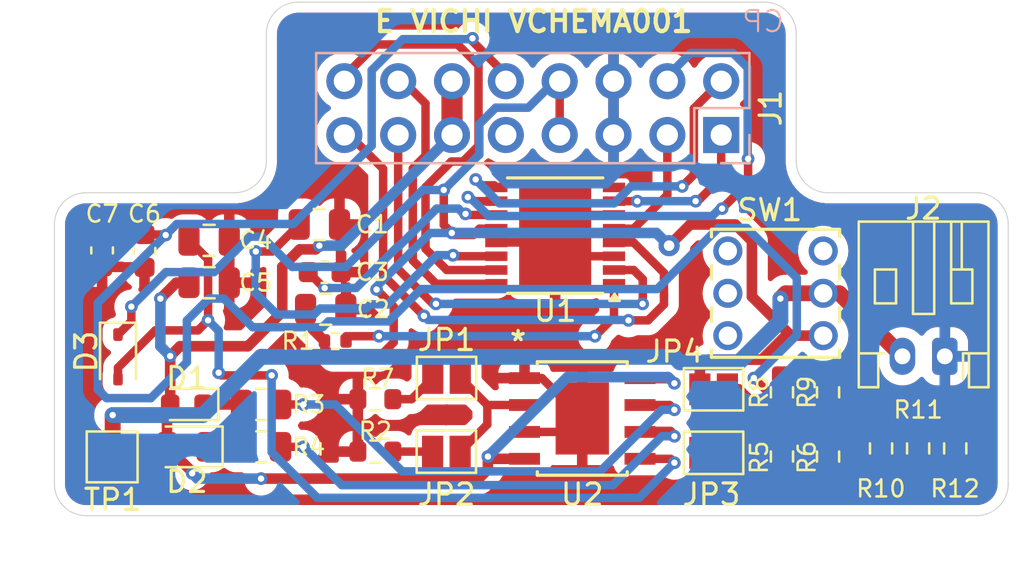
<source format=kicad_pcb>
(kicad_pcb (version 20240108) (generator "pcbnew") (generator_version "8.0")
  (title_block (title "Power Module PCB") (date "20/03/2024") (rev "v1.0") (company "UCT") (comment 1 "@author Emanuele Vichi") (comment 2 "VCHEMA001") (comment 3 "188178"))
  (layers (0 "F.Cu" signal) (31 "B.Cu" signal) (34 "B.Paste" user) (35 "F.Paste" user) (36 "B.SilkS" user "B.Silkscreen") (37 "F.SilkS" user "F.Silkscreen") (38 "B.Mask" user) (39 "F.Mask" user) (44 "Edge.Cuts" user))
  (net 0 "")
  (net 1 "GND")
  (net 2 "Net-(U1-VINT)")
  (net 3 "+3.7V")
  (net 4 "Net-(U1-VCP)")
  (net 5 "/BATT_ADC")
  (net 6 "+5V")
  (net 7 "Net-(D1-K)")
  (net 8 "Net-(D2-K)")
  (net 9 "/Motor2_B")
  (net 10 "/Motor1_A")
  (net 11 "/PWM2")
  (net 12 "/PWM4")
  (net 13 "/PWM1")
  (net 14 "/Motor2_A")
  (net 15 "/PWM3")
  (net 16 "/Motor1_B")
  (net 17 "/PD7")
  (net 18 "/+")
  (net 19 "Net-(JP1-B)")
  (net 20 "Net-(JP1-A)")
  (net 21 "Net-(JP2-A)")
  (net 22 "Net-(JP3-B)")
  (net 23 "Net-(JP4-A)")
  (net 24 "Net-(U1-~{SLEEP})")
  (net 25 "Net-(U2-*CHRG)")
  (net 26 "Net-(U2-*STDBY)")
  (net 27 "Net-(R11-Pad1)")
  (net 33 "Net-(R8-Pad1)")
  (net 34 "Net-(R10-Pad1)")
  (net 35 "Net-(D3-A)")
  (footprint "Connector_JST:JST_PH_S2B-PH-K_1x02_P2.00mm_Horizontal" (layer "F.Cu") (at 244.5084 142.475 180)
    (property "Reference" "J2" (at 1.0084 6.975 180) (layer "F.SilkS"))
    (property "Value" "Battery Pins")
    (pad "1" thru_hole roundrect (at 0 0 180) (size 1.2 1.75) (drill 0.75) (layers "*.Cu" "*.Mask") (roundrect_rratio 0.208333) (net 1 "GND"))
    (pad "2" thru_hole oval (at 2 0 180) (size 1.2 1.75) (drill 0.75) (layers "*.Cu" "*.Mask") (net 18 "/+"))
  )
  (footprint "TestPoint:TestPoint_Pad_2.0x2.0mm" (layer "F.Cu") (at 205.225 147.225)
    (property "Reference" "TP1" (at 0.025 2.025 0) (layer "F.SilkS"))
    (property "Value" "Battery check")
    (pad "1" smd rect (at 0 0) (size 2 2) (layers "F.Cu" "F.Mask") (net 18 "/+"))
  )
  (footprint "Resistor_SMD:R_0603_1608Metric" (layer "F.Cu") (at 236.825 147.2075 -90)
    (property "Reference" "R5" (at 0.0425 1.075 90) (layer "F.SilkS") (effects (font (size 0.8 0.8) (thickness 0.12))))
    (property "Value" "1M")
    (pad "1" smd roundrect (at -0.825 0 270) (size 0.8 0.95) (layers "F.Cu" "F.Paste" "F.Mask") (net 5 "/BATT_ADC"))
    (pad "2" smd roundrect (at 0.825 0 270) (size 0.8 0.95) (layers "F.Cu" "F.Paste" "F.Mask") (net 22 "Net-(JP3-B)"))
  )
  (footprint "Jumper:SolderJumper-2_P1.3mm_Open_Pad1.0x1.5mm" (layer "F.Cu") (at 220.9916 146.975)
    (property "Reference" "JP2" (at 0.0084 2.025 0) (layer "F.SilkS"))
    (property "Value" "~")
    (pad "1" smd rect (at -0.65 0) (size 1 1.5) (layers "F.Cu" "F.Mask") (net 21 "Net-(JP2-A)"))
    (pad "2" smd rect (at 0.65 0) (size 1 1.5) (layers "F.Cu" "F.Mask") (net 19 "Net-(JP1-B)"))
  )
  (footprint "Resistor_SMD:R_0603_1608Metric" (layer "F.Cu") (at 217.6416 146.975)
    (property "Reference" "R2" (at 0 -0.975 0) (layer "F.SilkS") (effects (font (size 0.8 0.8) (thickness 0.12))))
    (property "Value" "3k")
    (pad "1" smd roundrect (at -0.825 0) (size 0.8 0.95) (layers "F.Cu" "F.Paste" "F.Mask") (net 1 "GND"))
    (pad "2" smd roundrect (at 0.825 0) (size 0.8 0.95) (layers "F.Cu" "F.Paste" "F.Mask") (net 21 "Net-(JP2-A)"))
  )
  (footprint "Capacitor_SMD:C_0603_1608Metric" (layer "F.Cu") (at 215.25 138.5 180)
    (property "Reference" "C3" (at -2.25 0 180) (layer "F.SilkS") (effects (font (size 0.8 0.8) (thickness 0.12))))
    (property "Value" "10n")
    (pad "1" smd roundrect (at -0.775 0 180) (size 0.9 0.95) (layers "F.Cu" "F.Paste" "F.Mask") (net 1 "GND"))
    (pad "2" smd roundrect (at 0.775 0 180) (size 0.9 0.95) (layers "F.Cu" "F.Paste" "F.Mask") (net 4 "Net-(U1-VCP)"))
  )
  (footprint "Resistor_SMD:R_0603_1608Metric" (layer "F.Cu") (at 239 144.175 90)
    (property "Reference" "R9" (at 0 -1 90) (layer "F.SilkS") (effects (font (size 0.8 0.8) (thickness 0.12))))
    (property "Value" "200k")
    (pad "1" smd roundrect (at -0.825 0 90) (size 0.8 0.95) (layers "F.Cu" "F.Paste" "F.Mask") (net 5 "/BATT_ADC"))
    (pad "2" smd roundrect (at 0.825 0 90) (size 0.8 0.95) (layers "F.Cu" "F.Paste" "F.Mask") (net 33 "Net-(R8-Pad1)"))
  )
  (footprint "Resistor_SMD:R_0805_2012Metric" (layer "F.Cu") (at 212.25 144.75 180)
    (property "Reference" "R3" (at -2.25 0 180) (layer "F.SilkS") (effects (font (size 0.8 0.8) (thickness 0.12))))
    (property "Value" "1k")
    (pad "1" smd roundrect (at -0.9125 0 180) (size 1.025 1.4) (layers "F.Cu" "F.Paste" "F.Mask") (roundrect_rratio 0.243902) (net 25 "Net-(U2-*CHRG)"))
    (pad "2" smd roundrect (at 0.9125 0 180) (size 1.025 1.4) (layers "F.Cu" "F.Paste" "F.Mask") (roundrect_rratio 0.243902) (net 7 "Net-(D1-K)"))
  )
  (footprint "TP4056:SOP8-PP_TPW" (layer "F.Cu") (at 227.4034 145.41)
    (property "Reference" "U2" (at 0 3.59 0) (layer "F.SilkS"))
    (property "Value" "TP4056")
    (fp_text user "*" (at -3.02815 -3.6068 0) (layer "F.SilkS"))
    (fp_text user "*" (at -3.02815 -3.6068 0) (layer "F.SilkS"))
    (pad "1" smd rect (at -2.72415 -1.905) (size 1.4605 0.5588) (layers "F.Cu" "F.Paste" "F.Mask") (net 1 "GND"))
    (pad "2" smd rect (at -2.72415 -0.635) (size 1.4605 0.5588) (layers "F.Cu" "F.Paste" "F.Mask") (net 19 "Net-(JP1-B)"))
    (pad "3" smd rect (at -2.72415 0.635) (size 1.4605 0.5588) (layers "F.Cu" "F.Paste" "F.Mask") (net 1 "GND"))
    (pad "4" smd rect (at -2.72415 1.905) (size 1.4605 0.5588) (layers "F.Cu" "F.Paste" "F.Mask") (net 6 "+5V"))
    (pad "5" smd rect (at 2.72415 1.905) (size 1.4605 0.5588) (layers "F.Cu" "F.Paste" "F.Mask") (net 35 "Net-(D3-A)"))
    (pad "6" smd rect (at 2.72415 0.635) (size 1.4605 0.5588) (layers "F.Cu" "F.Paste" "F.Mask") (net 26 "Net-(U2-*STDBY)"))
    (pad "7" smd rect (at 2.72415 -0.635) (size 1.4605 0.5588) (layers "F.Cu" "F.Paste" "F.Mask") (net 25 "Net-(U2-*CHRG)"))
    (pad "8" smd rect (at 2.72415 -1.905) (size 1.4605 0.5588) (layers "F.Cu" "F.Paste" "F.Mask") (net 6 "+5V"))
    (pad "EPAD" smd rect (at 0 0) (size 2.5146 3.4036) (layers "F.Cu" "F.Mask") (net 1 "GND"))
  )
  (footprint "Resistor_SMD:R_0805_2012Metric" (layer "F.Cu") (at 212.25 146.75 180)
    (property "Reference" "R4" (at -2.25 0 180) (layer "F.SilkS") (effects (font (size 0.8 0.8) (thickness 0.12))))
    (property "Value" "1k")
    (pad "1" smd roundrect (at -0.9125 0 180) (size 1.025 1.4) (layers "F.Cu" "F.Paste" "F.Mask") (roundrect_rratio 0.243902) (net 26 "Net-(U2-*STDBY)"))
    (pad "2" smd roundrect (at 0.9125 0 180) (size 1.025 1.4) (layers "F.Cu" "F.Paste" "F.Mask") (roundrect_rratio 0.243902) (net 8 "Net-(D2-K)"))
  )
  (footprint "Resistor_SMD:R_0603_1608Metric" (layer "F.Cu") (at 236.825 144.175 -90)
    (property "Reference" "R8" (at 0 1.075 -90) (layer "F.SilkS") (effects (font (size 0.8 0.8) (thickness 0.12))))
    (property "Value" "1M")
    (pad "1" smd roundrect (at -0.825 0 270) (size 0.8 0.95) (layers "F.Cu" "F.Paste" "F.Mask") (net 33 "Net-(R8-Pad1)"))
    (pad "2" smd roundrect (at 0.825 0 270) (size 0.8 0.95) (layers "F.Cu" "F.Paste" "F.Mask") (net 23 "Net-(JP4-A)"))
  )
  (footprint "Jumper:SolderJumper-2_P1.3mm_Open_Pad1.0x1.5mm" (layer "F.Cu") (at 221 143.5)
    (property "Reference" "JP1" (at 0 -1.8 0) (layer "F.SilkS"))
    (property "Value" "~")
    (pad "1" smd rect (at -0.65 0) (size 1 1.5) (layers "F.Cu" "F.Mask") (net 20 "Net-(JP1-A)"))
    (pad "2" smd rect (at 0.65 0) (size 1 1.5) (layers "F.Cu" "F.Mask") (net 19 "Net-(JP1-B)"))
  )
  (footprint "Jumper:SolderJumper-2_P1.3mm_Open_Pad1.0x1.5mm" (layer "F.Cu") (at 233.6009 144.0325 180)
    (property "Reference" "JP4" (at 1.8509 1.7825 180) (layer "F.SilkS"))
    (property "Value" "~")
    (pad "1" smd rect (at -0.65 0 180) (size 1 1.5) (layers "F.Cu" "F.Mask") (net 23 "Net-(JP4-A)"))
    (pad "2" smd rect (at 0.65 0 180) (size 1 1.5) (layers "F.Cu" "F.Mask") (net 3 "+3.7V"))
  )
  (footprint "Resistor_SMD:R_0603_1608Metric" (layer "F.Cu") (at 239 147.2075 90)
    (property "Reference" "R6" (at -0.0425 -1 -90) (layer "F.SilkS") (effects (font (size 0.8 0.8) (thickness 0.12))))
    (property "Value" "1M")
    (pad "1" smd roundrect (at -0.825 0 90) (size 0.8 0.95) (layers "F.Cu" "F.Paste" "F.Mask") (net 1 "GND"))
    (pad "2" smd roundrect (at 0.825 0 90) (size 0.8 0.95) (layers "F.Cu" "F.Paste" "F.Mask") (net 5 "/BATT_ADC"))
  )
  (footprint "Resistor_SMD:R_0402_1005Metric" (layer "F.Cu") (at 215.75 141.75)
    (property "Reference" "R1" (at -1.75 0 0) (layer "F.SilkS") (effects (font (size 0.8 0.8) (thickness 0.12))))
    (property "Value" "47k")
    (pad "1" smd roundrect (at -0.51 0) (size 0.54 0.64) (layers "F.Cu" "F.Paste" "F.Mask") (net 3 "+3.7V"))
    (pad "2" smd roundrect (at 0.51 0) (size 0.54 0.64) (layers "F.Cu" "F.Paste" "F.Mask") (net 24 "Net-(U1-~{SLEEP})"))
  )
  (footprint "Resistor_SMD:R_0603_1608Metric" (layer "F.Cu") (at 241.5 146.825 -90)
    (property "Reference" "R10" (at 1.9 0.0084 180) (layer "F.SilkS") (effects (font (size 0.8 0.8) (thickness 0.12))))
    (property "Value" "1M")
    (pad "1" smd roundrect (at -0.825 0 270) (size 0.8 0.95) (layers "F.Cu" "F.Paste" "F.Mask") (net 34 "Net-(R10-Pad1)"))
    (pad "2" smd roundrect (at 0.825 0 270) (size 0.8 0.95) (layers "F.Cu" "F.Paste" "F.Mask") (net 5 "/BATT_ADC"))
  )
  (footprint "LED_SMD:LED_0805_2012Metric" (layer "F.Cu") (at 208.75 146.75 180)
    (property "Reference" "D2" (at 0 -1.65 180) (layer "F.SilkS"))
    (property "Value" "Charged LED (G)")
    (pad "1" smd roundrect (at -0.9375 0 180) (size 0.975 1.4) (layers "F.Cu" "F.Paste" "F.Mask") (net 8 "Net-(D2-K)"))
    (pad "2" smd roundrect (at 0.9375 0 180) (size 0.975 1.4) (layers "F.Cu" "F.Paste" "F.Mask") (net 6 "+5V"))
  )
  (footprint "Capacitor_SMD:C_0805_2012Metric" (layer "F.Cu") (at 209.8 137)
    (property "Reference" "C4" (at 2.2 0 0) (layer "F.SilkS") (effects (font (size 0.8 0.8) (thickness 0.12))))
    (property "Value" "10u")
    (pad "1" smd roundrect (at -0.95 0) (size 1 1.45) (layers "F.Cu" "F.Paste" "F.Mask") (net 35 "Net-(D3-A)"))
    (pad "2" smd roundrect (at 0.95 0) (size 1 1.45) (layers "F.Cu" "F.Paste" "F.Mask") (net 1 "GND"))
  )
  (footprint "Resistor_SMD:R_0603_1608Metric" (layer "F.Cu") (at 217.6416 144.5)
    (property "Reference" "R7" (at 0.1084 -1 0) (layer "F.SilkS") (effects (font (size 0.8 0.8) (thickness 0.12))))
    (property "Value" "1.5k")
    (pad "1" smd roundrect (at -0.825 0) (size 0.8 0.95) (layers "F.Cu" "F.Paste" "F.Mask") (net 1 "GND"))
    (pad "2" smd roundrect (at 0.825 0) (size 0.8 0.95) (layers "F.Cu" "F.Paste" "F.Mask") (net 20 "Net-(JP1-A)"))
  )
  (footprint "Resistor_SMD:R_0603_1608Metric" (layer "F.Cu") (at 245 146.825 -90)
    (property "Reference" "R12" (at 1.9 0.0084 180) (layer "F.SilkS") (effects (font (size 0.8 0.8) (thickness 0.12))))
    (property "Value" "1M")
    (pad "1" smd roundrect (at -0.825 0 270) (size 0.8 0.95) (layers "F.Cu" "F.Paste" "F.Mask") (net 1 "GND"))
    (pad "2" smd roundrect (at 0.825 0 270) (size 0.8 0.95) (layers "F.Cu" "F.Paste" "F.Mask") (net 27 "Net-(R11-Pad1)"))
  )
  (footprint "Resistor_SMD:R_0603_1608Metric" (layer "F.Cu") (at 243.25 146.825 90)
    (property "Reference" "R11" (at 1.825 0 0) (layer "F.SilkS") (effects (font (size 0.8 0.8) (thickness 0.12))))
    (property "Value" "1M")
    (pad "1" smd roundrect (at -0.825 0 90) (size 0.8 0.95) (layers "F.Cu" "F.Paste" "F.Mask") (net 27 "Net-(R11-Pad1)"))
    (pad "2" smd roundrect (at 0.825 0 90) (size 0.8 0.95) (layers "F.Cu" "F.Paste" "F.Mask") (net 34 "Net-(R10-Pad1)"))
  )
  (footprint "Capacitor_SMD:C_0805_2012Metric" (layer "F.Cu") (at 215.3 140.25)
    (property "Reference" "C2" (at 2.2416 0 0) (layer "F.SilkS") (effects (font (size 0.8 0.8) (thickness 0.12))))
    (property "Value" "10u")
    (pad "1" smd roundrect (at -0.95 0) (size 1 1.45) (layers "F.Cu" "F.Paste" "F.Mask") (net 3 "+3.7V"))
    (pad "2" smd roundrect (at 0.95 0) (size 1 1.45) (layers "F.Cu" "F.Paste" "F.Mask") (net 1 "GND"))
  )
  (footprint "Capacitor_SMD:C_0805_2012Metric" (layer "F.Cu") (at 209.8 139)
    (property "Reference" "C5" (at 2.2 0 0) (layer "F.SilkS") (effects (font (size 0.8 0.8) (thickness 0.12))))
    (property "Value" "10u")
    (pad "1" smd roundrect (at -0.95 0) (size 1 1.45) (layers "F.Cu" "F.Paste" "F.Mask") (net 6 "+5V"))
    (pad "2" smd roundrect (at 0.95 0) (size 1 1.45) (layers "F.Cu" "F.Paste" "F.Mask") (net 1 "GND"))
  )
  (footprint "Capacitor_SMD:C_0805_2012Metric" (layer "F.Cu") (at 215 136.25)
    (property "Reference" "C1" (at 2.5 0 0) (layer "F.SilkS") (effects (font (size 0.8 0.8) (thickness 0.12))))
    (property "Value" "2.2u")
    (pad "1" smd roundrect (at -0.95 0) (size 1 1.45) (layers "F.Cu" "F.Paste" "F.Mask") (net 2 "Net-(U1-VINT)"))
    (pad "2" smd roundrect (at 0.95 0) (size 1 1.45) (layers "F.Cu" "F.Paste" "F.Mask") (net 1 "GND"))
  )
  (footprint "LED_SMD:LED_0603_1608Metric" (layer "F.Cu") (at 208.75 144.75 180)
    (property "Reference" "D1" (at 0 1.25 180) (layer "F.SilkS"))
    (property "Value" "Charging LED (R)")
    (pad "1" smd roundrect (at -0.7875 0 180) (size 0.875 0.95) (layers "F.Cu" "F.Paste" "F.Mask") (net 7 "Net-(D1-K)"))
    (pad "2" smd roundrect (at 0.7875 0 180) (size 0.875 0.95) (layers "F.Cu" "F.Paste" "F.Mask") (net 6 "+5V"))
  )
  (footprint "Diode_SMD:D_SOD-323" (layer "F.Cu") (at 205.5 142.5 -90)
    (property "Reference" "D3" (at -0.25 1.5 90) (layer "F.SilkS"))
    (property "Value" "Discharge Current Blocked")
    (pad "1" smd roundrect (at -1.05 0 270) (size 0.6 0.45) (layers "F.Cu" "F.Paste" "F.Mask") (net 3 "+3.7V"))
    (pad "2" smd roundrect (at 1.05 0 270) (size 0.6 0.45) (layers "F.Cu" "F.Paste" "F.Mask") (net 35 "Net-(D3-A)"))
  )
  (footprint "Capacitor_SMD:C_0603_1608Metric" (layer "F.Cu") (at 204.75 137.475 -90)
    (property "Reference" "C7" (at -1.725 0 180) (layer "F.SilkS") (effects (font (size 0.8 0.8) (thickness 0.12))))
    (property "Value" "1n")
    (pad "1" smd roundrect (at -0.775 0 270) (size 0.9 0.95) (layers "F.Cu" "F.Paste" "F.Mask") (net 5 "/BATT_ADC"))
    (pad "2" smd roundrect (at 0.775 0 270) (size 0.9 0.95) (layers "F.Cu" "F.Paste" "F.Mask") (net 1 "GND"))
  )
  (footprint "Package_SO:HTSSOP-16-1EP_4.4x5mm_P0.65mm_EP3.4x5mm" (layer "F.Cu") (at 226.125 136.775 180)
    (property "Reference" "U1" (at 0 -3.55 180) (layer "F.SilkS"))
    (property "Value" "DRV8833PWP")
    (pad "1" smd rect (at -2.775 -2.275 180) (size 1.05 0.45) (layers "F.Cu" "F.Paste" "F.Mask") (net 24 "Net-(U1-~{SLEEP})"))
    (pad "2" smd rect (at -2.775 -1.625 180) (size 1.05 0.45) (layers "F.Cu" "F.Paste" "F.Mask") (net 10 "/Motor1_A"))
    (pad "3" smd rect (at -2.775 -0.975 180) (size 1.05 0.45) (layers "F.Cu" "F.Paste" "F.Mask") (net 1 "GND"))
    (pad "4" smd rect (at -2.775 -0.325 180) (size 1.05 0.45) (layers "F.Cu" "F.Paste" "F.Mask") (net 16 "/Motor1_B"))
    (pad "5" smd rect (at -2.775 0.325 180) (size 1.05 0.45) (layers "F.Cu" "F.Paste" "F.Mask") (net 9 "/Motor2_B"))
    (pad "6" smd rect (at -2.775 0.975 180) (size 1.05 0.45) (layers "F.Cu" "F.Paste" "F.Mask") (net 1 "GND"))
    (pad "7" smd rect (at -2.775 1.625 180) (size 1.05 0.45) (layers "F.Cu" "F.Paste" "F.Mask") (net 14 "/Motor2_A"))
    (pad "8" smd rect (at -2.775 2.275 180) (size 1.05 0.45) (layers "F.Cu" "F.Paste" "F.Mask"))
    (pad "9" smd rect (at 2.775 2.275 180) (size 1.05 0.45) (layers "F.Cu" "F.Paste" "F.Mask") (net 13 "/PWM1"))
    (pad "10" smd rect (at 2.775 1.625 180) (size 1.05 0.45) (layers "F.Cu" "F.Paste" "F.Mask") (net 11 "/PWM2"))
    (pad "11" smd rect (at 2.775 0.975 180) (size 1.05 0.45) (layers "F.Cu" "F.Paste" "F.Mask") (net 4 "Net-(U1-VCP)"))
    (pad "12" smd rect (at 2.775 0.325 180) (size 1.05 0.45) (layers "F.Cu" "F.Paste" "F.Mask") (net 3 "+3.7V"))
    (pad "13" smd rect (at 2.775 -0.325 180) (size 1.05 0.45) (layers "F.Cu" "F.Paste" "F.Mask") (net 1 "GND"))
    (pad "14" smd rect (at 2.775 -0.975 180) (size 1.05 0.45) (layers "F.Cu" "F.Paste" "F.Mask") (net 2 "Net-(U1-VINT)"))
    (pad "15" smd rect (at 2.775 -1.625 180) (size 1.05 0.45) (layers "F.Cu" "F.Paste" "F.Mask") (net 12 "/PWM4"))
    (pad "16" smd rect (at 2.775 -2.275 180) (size 1.05 0.45) (layers "F.Cu" "F.Paste" "F.Mask") (net 15 "/PWM3"))
    (pad "17" smd rect (at 0 0 180) (size 3.4 5) (layers "F.Cu" "F.Mask") (net 1 "GND"))
  )
  (footprint "Jumper:SolderJumper-2_P1.3mm_Open_Pad1.0x1.5mm" (layer "F.Cu") (at 233.6009 147.0325)
    (property "Reference" "JP3" (at -0.1009 1.9675 0) (layer "F.SilkS"))
    (property "Value" "~")
    (pad "1" smd rect (at -0.65 0) (size 1 1.5) (layers "F.Cu" "F.Mask") (net 3 "+3.7V"))
    (pad "2" smd rect (at 0.65 0) (size 1 1.5) (layers "F.Cu" "F.Mask") (net 22 "Net-(JP3-B)"))
  )
  (footprint "PS-5850A-6PL:PS-5850A_GSW" (layer "F.Cu") (at 234.271699 137.499999)
    (property "Reference" "SW1" (at 1.978301 -1.9321 0) (layer "F.SilkS"))
    (property "Value" "ON/OFF Switch")
    (pad "1" thru_hole circle (at 0 0) (size 1.3716 1.3716) (drill 0.8636) (layers "*.Cu" "*.Mask"))
    (pad "2" thru_hole circle (at 0 2) (size 1.3716 1.3716) (drill 0.8636) (layers "*.Cu" "*.Mask"))
    (pad "3" thru_hole circle (at 0 4.000001) (size 1.3716 1.3716) (drill 0.8636) (layers "*.Cu" "*.Mask"))
    (pad "4" thru_hole circle (at 4.500001 0) (size 1.3716 1.3716) (drill 0.8636) (layers "*.Cu" "*.Mask"))
    (pad "5" thru_hole circle (at 4.500001 2) (size 1.3716 1.3716) (drill 0.8636) (layers "*.Cu" "*.Mask") (net 18 "/+"))
    (pad "6" thru_hole circle (at 4.500001 4.000001) (size 1.3716 1.3716) (drill 0.8636) (layers "*.Cu" "*.Mask") (net 3 "+3.7V"))
  )
  (footprint "Capacitor_SMD:C_0603_1608Metric" (layer "F.Cu") (at 206.75 137.5 -90)
    (property "Reference" "C6" (at -1.75 0 180) (layer "F.SilkS") (effects (font (size 0.8 0.8) (thickness 0.12))))
    (property "Value" "1n")
    (pad "1" smd roundrect (at -0.775 0 270) (size 0.9 0.95) (layers "F.Cu" "F.Paste" "F.Mask") (net 5 "/BATT_ADC"))
    (pad "2" smd roundrect (at 0.775 0 270) (size 0.9 0.95) (layers "F.Cu" "F.Paste" "F.Mask") (net 1 "GND"))
  )
  (footprint "Connector_PinHeader_2.54mm:PinHeader_2x08_P2.54mm_Vertical" (layer "B.Cu") (at 233.9584 132.025 90)
    (property "Reference" "J1" (at 1.27 2.33 90) (layer "F.SilkS"))
    (property "Value" "Electrical pinout ")
    (pad "1" thru_hole rect (at 0 0 90) (size 1.7 1.7) (drill 1) (layers "*.Cu" "*.Mask") (net 14 "/Motor2_A"))
    (pad "2" thru_hole oval (at 2.54 0 90) (size 1.7 1.7) (drill 1) (layers "*.Cu" "*.Mask") (net 13 "/PWM1"))
    (pad "3" thru_hole oval (at 0 -2.54 90) (size 1.7 1.7) (drill 1) (layers "*.Cu" "*.Mask") (net 9 "/Motor2_B"))
    (pad "4" thru_hole oval (at 2.54 -2.54 90) (size 1.7 1.7) (drill 1) (layers "*.Cu" "*.Mask") (net 11 "/PWM2"))
    (pad "5" thru_hole oval (at 0 -5.08 90) (size 1.7 1.7) (drill 1) (layers "*.Cu" "*.Mask") (net 1 "GND"))
    (pad "6" thru_hole oval (at 2.54 -5.08 90) (size 1.7 1.7) (drill 1) (layers "*.Cu" "*.Mask") (net 1 "GND"))
    (pad "7" thru_hole oval (at 0 -7.62 90) (size 1.7 1.7) (drill 1) (layers "*.Cu" "*.Mask") (net 3 "+3.7V"))
    (pad "8" thru_hole oval (at 2.54 -7.62 90) (size 1.7 1.7) (drill 1) (layers "*.Cu" "*.Mask") (net 3 "+3.7V"))
    (pad "9" thru_hole oval (at 0 -10.16 90) (size 1.7 1.7) (drill 1) (layers "*.Cu" "*.Mask") (net 17 "/PD7"))
    (pad "10" thru_hole oval (at 2.54 -10.16 90) (size 1.7 1.7) (drill 1) (layers "*.Cu" "*.Mask") (net 5 "/BATT_ADC"))
    (pad "11" thru_hole oval (at 0 -12.7 90) (size 1.7 1.7) (drill 1) (layers "*.Cu" "*.Mask") (net 6 "+5V"))
    (pad "12" thru_hole oval (at 2.54 -12.7 90) (size 1.7 1.7) (drill 1) (layers "*.Cu" "*.Mask") (net 6 "+5V"))
    (pad "13" thru_hole oval (at 0 -15.24 90) (size 1.7 1.7) (drill 1) (layers "*.Cu" "*.Mask") (net 10 "/Motor1_A"))
    (pad "14" thru_hole oval (at 2.54 -15.24 90) (size 1.7 1.7) (drill 1) (layers "*.Cu" "*.Mask") (net 15 "/PWM3"))
    (pad "15" thru_hole oval (at 0 -17.78 90) (size 1.7 1.7) (drill 1) (layers "*.Cu" "*.Mask") (net 16 "/Motor1_B"))
    (pad "16" thru_hole oval (at 2.54 -17.78 90) (size 1.7 1.7) (drill 1) (layers "*.Cu" "*.Mask") (net 12 "/PWM4"))
  )
  (gr_arc (start 212.5 133.25) (mid 212.06066 134.31066) (end 211 134.75) (stroke (width 0.05)) (layer "Edge.Cuts"))
  (gr_arc (start 204 150) (mid 202.93934 149.56066) (end 202.5 148.5) (stroke (width 0.05)) (layer "Edge.Cuts"))
  (gr_line (start 225 125.75) (end 236 125.75) (stroke (width 0.05)) (layer "Edge.Cuts"))
  (gr_line (start 212.5 127.25) (end 212.5 133.25) (stroke (width 0.05)) (layer "Edge.Cuts"))
  (gr_line (start 202.5 148.5) (end 202.5 136.25) (stroke (width 0.05)) (layer "Edge.Cuts"))
  (gr_arc (start 202.5 136.25) (mid 202.93934 135.18934) (end 204 134.75) (stroke (width 0.05)) (layer "Edge.Cuts"))
  (gr_arc (start 239 134.75) (mid 237.93934 134.31066) (end 237.5 133.25) (stroke (width 0.05)) (layer "Edge.Cuts"))
  (gr_arc (start 247.5 148.5) (mid 247.06066 149.56066) (end 246 150) (stroke (width 0.05)) (layer "Edge.Cuts"))
  (gr_arc (start 246 134.75) (mid 247.06066 135.18934) (end 247.5 136.25) (stroke (width 0.05)) (layer "Edge.Cuts"))
  (gr_line (start 237.5 127.25) (end 237.5 133.25) (stroke (width 0.05)) (layer "Edge.Cuts"))
  (gr_arc (start 212.5 127.25) (mid 212.93934 126.18934) (end 214 125.75) (stroke (width 0.05)) (layer "Edge.Cuts"))
  (gr_line (start 247.5 136.25) (end 247.5 148.5) (stroke (width 0.05)) (layer "Edge.Cuts"))
  (gr_line (start 246 150) (end 204 150) (stroke (width 0.05)) (layer "Edge.Cuts"))
  (gr_line (start 239 134.75) (end 246 134.75) (stroke (width 0.05)) (layer "Edge.Cuts"))
  (gr_arc (start 236 125.75) (mid 237.06066 126.18934) (end 237.5 127.25) (stroke (width 0.05)) (layer "Edge.Cuts"))
  (gr_line (start 225 125.75) (end 214 125.75) (stroke (width 0.05)) (layer "Edge.Cuts"))
  (gr_line (start 211 134.75) (end 204 134.75) (stroke (width 0.05)) (layer "Edge.Cuts"))
  (gr_text "CP" (at 237 127.25 0) (layer "B.SilkS") (effects (font (size 1 1) (thickness 0.1)) (justify left bottom mirror)))
  (gr_text "E VICHI VCHEMA001" (at 217.5 127.25 0) (layer "F.SilkS") (effects (font (size 1 1) (thickness 0.2) (bold yes)) (justify left bottom)))
  (segment (start 227.1 137.75) (end 226.125 136.775) (width 0.4) (layer "F.Cu") (net 1))
  (segment (start 224.67925 143.505) (end 225.4984 143.505) (width 0.4) (layer "F.Cu") (net 1))
  (segment (start 228.9 137.75) (end 227.1 137.75) (width 0.4) (layer "F.Cu") (net 1))
  (segment (start 223.35 137.1) (end 225.8 137.1) (width 0.4) (layer "F.Cu") (net 1))
  (segment (start 226.7684 146.045) (end 227.4034 145.41) (width 0.4) (layer "F.Cu") (net 1))
  (segment (start 225.4984 143.505) (end 227.4034 145.41) (width 0.4) (layer "F.Cu") (net 1))
  (segment (start 228.9 135.8) (end 227.1 135.8) (width 0.4) (layer "F.Cu") (net 1))
  (segment (start 224.67925 146.045) (end 226.7684 146.045) (width 0.4) (layer "F.Cu") (net 1))
  (segment (start 225.8 137.1) (end 226.125 136.775) (width 0.4) (layer "F.Cu") (net 1))
  (segment (start 227.1 135.8) (end 226.125 136.775) (width 0.4) (layer "F.Cu") (net 1))
  (segment (start 212.775 137.525) (end 214.05 136.25) (width 0.4) (layer "F.Cu") (net 2))
  (segment (start 221.3084 137.75) (end 221.2584 137.8) (width 0.4) (layer "F.Cu") (net 2))
  (segment (start 221.3084 137.75) (end 221.3084 137.7) (width 0.4) (layer "F.Cu") (net 2))
  (segment (start 212 137.525) (end 212.775 137.525) (width 0.4) (layer "F.Cu") (net 2))
  (segment (start 223.35 137.75) (end 221.3084 137.75) (width 0.4) (layer "F.Cu") (net 2))
  (via (at 221.3084 137.7) (size 0.6) (drill 0.3) (layers "F.Cu" "B.Cu") (net 2))
  (via (at 212 137.525) (size 0.6) (drill 0.3) (layers "F.Cu" "B.Cu") (net 2))
  (segment (start 215.030589 140.219411) (end 214.75 140.5) (width 0.4) (layer "B.Cu") (net 2))
  (segment (start 213 140.5) (end 212 139.5) (width 0.4) (layer "B.Cu") (net 2))
  (segment (start 217.413137 140.020575) (end 217.214301 140.219411) (width 0.4) (layer "B.Cu") (net 2))
  (segment (start 218.229425 140.020575) (end 217.413137 140.020575) (width 0.4) (layer "B.Cu") (net 2))
  (segment (start 214.75 140.5) (end 213 140.5) (width 0.4) (layer "B.Cu") (net 2))
  (segment (start 217.214301 140.219411) (end 215.030589 140.219411) (width 0.4) (layer "B.Cu") (net 2))
  (segment (start 220.55 137.7) (end 218.229425 140.020575) (width 0.4) (layer "B.Cu") (net 2))
  (segment (start 212 139.5) (end 212 137.525) (width 0.4) (layer "B.Cu") (net 2))
  (segment (start 221.3084 137.7) (end 220.55 137.7) (width 0.4) (layer "B.Cu") (net 2))
  (segment (start 214.225 140.25) (end 214.225 140.735) (width 0.5) (layer "F.Cu") (net 3))
  (segment (start 235.407499 137.029535) (end 235.407499 139.657499) (width 0.5) (layer "F.Cu") (net 3))
  (segment (start 237 141.5) (end 235.8642 142.6358) (width 0.5) (layer "F.Cu") (net 3))
  (segment (start 221.35 136.75) (end 222.25 136.75) (width 0.4) (layer "F.Cu") (net 3))
  (segment (start 232.6684 147.315) (end 232.9509 147.0325) (width 0.4) (layer "F.Cu") (net 3))
  (segment (start 235.407499 139.657499) (end 237.25 141.5) (width 0.5) (layer "F.Cu") (net 3))
  (segment (start 222.55 136.45) (end 223.35 136.45) (width 0.4) (layer "F.Cu") (net 3))
  (segment (start 235.8642 142.6358) (end 233.3642 142.6358) (width 0.5) (layer "F.Cu") (net 3))
  (segment (start 232.5 136.25) (end 234.627964 136.25) (width 0.5) (layer "F.Cu") (net 3))
  (segment (start 226.3384 129.485) (end 226.3384 132.025) (width 0.4) (layer "F.Cu") (net 3))
  (segment (start 220.869975 134.619975) (end 220.869975 136.269975) (width 0.4) (layer "F.Cu") (net 3))
  (segment (start 215.670001 142.5) (end 215.24 142.069999) (width 0.4) (layer "F.Cu") (net 3))
  (segment (start 222.25 136.75) (end 222.55 136.45) (width 0.4) (layer "F.Cu") (net 3))
  (segment (start 206.130025 140.819975) (end 205.5 141.45) (width 0.4) (layer "F.Cu") (net 3))
  (segment (start 217.82335 142.5) (end 215.670001 142.5) (width 0.4) (layer "F.Cu") (net 3))
  (segment (start 218.5084 141.81495) (end 217.82335 142.5) (width 0.4) (layer "F.Cu") (net 3))
  (segment (start 238.7717 141.5) (end 237.25 141.5) (width 0.5) (layer "F.Cu") (net 3))
  (segment (start 206.130025 140.130025) (end 206.130025 140.819975) (width 0.4) (layer "F.Cu") (net 3))
  (segment (start 234.627964 136.25) (end 235.407499 137.029535) (width 0.5) (layer "F.Cu") (net 3))
  (segment (start 221.25 136.65) (end 221.35 136.75) (width 0.4) (layer "F.Cu") (net 3))
  (segment (start 232.9509 143.0491) (end 232.9509 144.0325) (width 0.5) (layer "F.Cu") (net 3))
  (segment (start 231.5 137.25) (end 232.5 136.25) (width 0.5) (layer "F.Cu") (net 3))
  (segment (start 220.869975 136.269975) (end 221.25 136.65) (width 0.4) (layer "F.Cu") (net 3))
  (segment (start 214.225 140.735) (end 215.24 141.75) (width 0.5) (layer "F.Cu") (net 3))
  (segment (start 218.5084 140.129725) (end 218.5084 141.81495) (width 0.4) (layer "F.Cu") (net 3))
  (segment (start 232.9509 144.0325) (end 232.9509 147.0325) (width 0.75) (layer "F.Cu") (net 3))
  (segment (start 237.25 141.5) (end 237 141.5) (width 0.5) (layer "F.Cu") (net 3))
  (segment (start 215.24 142.069999) (end 215.24 141.75) (width 0.4) (layer "F.Cu") (net 3))
  (segment (start 217.69925 139.320575) (end 218.5084 140.129725) (width 0.4) (layer "F.Cu") (net 3))
  (segment (start 233.3642 142.6358) (end 232.9509 143.0491) (width 0.5) (layer "F.Cu") (net 3))
  (via (at 217.69925 139.320575) (size 0.6) (drill 0.3) (layers "F.Cu" "B.Cu") (net 3))
  (via (at 231.5 137.25) (size 1) (drill 0.5) (layers "F.Cu" "B.Cu") (net 3))
  (via (at 220.869975 134.619975) (size 0.6) (drill 0.3) (layers "F.Cu" "B.Cu") (net 3))
  (via (at 206.130025 140.130025) (size 0.6) (drill 0.3) (layers "F.Cu" "B.Cu") (net 3))
  (via (at 221.25 136.65) (size 0.6) (drill 0.3) (layers "F.Cu" "B.Cu") (net 3))
  (segment (start 222.5484 131.507233) (end 223.320633 130.735) (width 0.4) (layer "B.Cu") (net 3))
  (segment (start 220.869975 134.619975) (end 219.880025 134.619975) (width 0.4) (layer "B.Cu") (net 3))
  (segment (start 207.76005 138.5) (end 206.130025 140.130025) (width 0.4) (layer "B.Cu") (net 3))
  (segment (start 231.5 137.25) (end 230.9 136.65) (width 0.5) (layer "B.Cu") (net 3))
  (segment (start 216.25 138.25) (end 213.71495 138.25) (width 0.4) (layer "B.Cu") (net 3))
  (segment (start 223.320633 130.735) (end 224.8534 130.735) (width 0.4) (layer "B.Cu") (net 3))
  (segment (start 219.880025 134.619975) (end 216.25 138.25) (width 0.4) (layer "B.Cu") (net 3))
  (segment (start 217.69925 139.320575) (end 217.69925 139.182678) (width 0.4) (layer "B.Cu") (net 3))
  (segment (start 217.69925 139.182678) (end 220.231928 136.65) (width 0.4) (layer "B.Cu") (net 3))
  (segment (start 222.5484 132.9516) (end 222.5484 131.507233) (width 0.4) (layer "B.Cu") (net 3))
  (segment (start 212.28995 136.825) (end 211.71005 136.825) (width 0.4) (layer "B.Cu") (net 3))
  (segment (start 222.48995 133) (end 222.5 133) (width 0.4) (layer "B.Cu") (net 3))
  (segment (start 220.231928 136.65) (end 221.25 136.65) (width 0.4) (layer "B.Cu") (net 3))
  (segment (start 213.71495 138.25) (end 212.28995 136.825) (width 0.4) (layer "B.Cu") (net 3))
  (segment (start 210.03505 138.5) (end 207.76005 138.5) (width 0.4) (layer "B.Cu") (net 3))
  (segment (start 230.9 136.65) (end 221.25 136.65) (width 0.5) (layer "B.Cu") (net 3))
  (segment (start 224.8534 130.735) (end 226.3384 129.25) (width 0.4) (layer "B.Cu") (net 3))
  (segment (start 211.71005 136.825) (end 210.03505 138.5) (width 0.4) (layer "B.Cu") (net 3))
  (segment (start 222.5 133) (end 222.5484 132.9516) (width 0.4) (layer "B.Cu") (net 3))
  (segment (start 220.869975 134.619975) (end 222.48995 133) (width 0.4) (layer "B.Cu") (net 3))
  (segment (start 221.944852 135.8) (end 223.35 135.8) (width 0.4) (layer "F.Cu") (net 4))
  (segment (start 215.225 139.25) (end 214.475 138.5) (width 0.4) (layer "F.Cu") (net 4))
  (segment (start 215.25 139.25) (end 215.225 139.25) (width 0.4) (layer "F.Cu") (net 4))
  (segment (start 221.895606 135.750754) (end 221.944852 135.8) (width 0.4) (layer "F.Cu") (net 4))
  (via (at 221.895606 135.750754) (size 0.6) (drill 0.3) (layers "F.Cu" "B.Cu") (net 4))
  (via (at 215.25 139.25) (size 0.6) (drill 0.3) (layers "F.Cu" "B.Cu") (net 4))
  (segment (start 221.558229 135.5) (end 220.5334 135.5) (width 0.4) (layer "B.Cu") (net 4))
  (segment (start 216.7334 139.25) (end 218.7084 137.275) (width 0.4) (layer "B.Cu") (net 4))
  (segment (start 221.808983 135.750754) (end 221.558229 135.5) (width 0.4) (layer "B.Cu") (net 4))
  (segment (start 220.5334 135.5) (end 218.7584 137.275) (width 0.4) (layer "B.Cu") (net 4))
  (segment (start 215.25 139.25) (end 216.7334 139.25) (width 0.4) (layer "B.Cu") (net 4))
  (segment (start 221.895606 135.750754) (end 221.808983 135.750754) (width 0.4) (layer "B.Cu") (net 4))
  (segment (start 238.15 144.15) (end 236.15 144.15) (width 0.4) (layer "F.Cu") (net 5))
  (segment (start 240.2325 146.3825) (end 241.5 147.65) (width 0.4) (layer "F.Cu") (net 5))
  (segment (start 222.224428 127.458311) (end 222.224428 127.599733) (width 0.4) (layer "F.Cu") (net 5))
  (segment (start 239 146.3825) (end 240.2325 146.3825) (width 0.4) (layer "F.Cu") (net 5))
  (segment (start 238.8741 146.3825) (end 236.8741 146.3825) (width 0.5) (layer "F.Cu") (net 5))
  (segment (start 206.75 136.725) (end 207.725 136.725) (width 0.4) (layer "F.Cu") (net 5))
  (segment (start 206.75 136.725) (end 204.775 136.725) (width 0.4) (layer "F.Cu") (net 5))
  (segment (start 223.7984 129.173705) (end 223.7984 129.485) (width 0.4) (layer "F.Cu") (net 5))
  (segment (start 222.224428 127.599733) (end 223.7984 129.173705) (width 0.4) (layer "F.Cu") (net 5))
  (segment (start 239 145) (end 238.15 144.15) (width 0.4) (layer "F.Cu") (net 5))
  (segment (start 236.15 144.15) (end 235.5 143.5) (width 0.4) (layer "F.Cu") (net 5))
  (segment (start 204.7084 136.775) (end 204.7334 136.75) (width 0.4) (layer "F.Cu") (net 5))
  (segment (start 204.775 136.725) (end 204.75 136.7) (width 0.4) (layer "F.Cu") (net 5))
  (segment (start 239 145) (end 239 146.35) (width 0.4) (layer "F.Cu") (net 5))
  (segment (start 207.725 136.725) (end 207.75 136.75) (width 0.4) (layer "F.Cu") (net 5))
  (via (at 235.5 143.5) (size 0.6) (drill 0.3) (layers "F.Cu" "B.Cu") (net 5))
  (via (at 222.224428 127.458311) (size 0.6) (drill 0.3) (layers "F.Cu" "B.Cu") (net 5))
  (via (at 207.75 136.75) (size 0.6) (drill 0.3) (layers "F.Cu" "B.Cu") (net 5))
  (segment (start 209.78505 139.75) (end 208.75 140.78505) (width 0.4) (layer "B.Cu") (net 5))
  (segment (start 210.5 139.75) (end 209.78505 139.75) (width 0.4) (layer "B.Cu") (net 5))
  (segment (start 237.525001 141.474999) (end 237.525001 138.775001) (width 0.4) (layer "B.Cu") (net 5))
  (segment (start 230.936144 139.3) (end 219.798528 139.3) (width 0.4) (layer "B.Cu") (net 5))
  (segment (start 233.821945 136.414199) (end 230.936144 139.3) (width 0.4) (layer "B.Cu") (net 5))
  (segment (start 218.935633 127.5) (end 217.4684 128.967233) (width 0.4) (layer "B.Cu") (net 5))
  (segment (start 218.273528 140.825) (end 215.425 140.825) (width 0.4) (layer "B.Cu") (net 5))
  (segment (start 219.798528 139.3) (end 218.273528 140.825) (width 0.4) (layer "B.Cu") (net 5))
  (segment (start 222.224428 127.458311) (end 222.182739 127.5) (width 0.4) (layer "B.Cu") (net 5))
  (segment (start 222.182739 127.5) (end 218.935633 127.5) (width 0.4) (layer "B.Cu") (net 5))
  (segment (start 235.5 143.5) (end 237.525001 141.474999) (width 0.4) (layer "B.Cu") (net 5))
  (segment (start 208.75 140.78505) (end 208.75 142.75) (width 0.4) (layer "B.Cu") (net 5))
  (segment (start 208.275 136.225) (end 207.75 136.75) (width 0.4) (layer "B.Cu") (net 5))
  (segment (start 211.85 141.1) (end 210.5 139.75) (width 0.4) (layer "B.Cu") (net 5))
  (segment (start 217.4684 132.5316) (end 213.775 136.225) (width 0.4) (layer "B.Cu") (net 5))
  (segment (start 237.525001 138.775001) (end 235.164199 136.414199) (width 0.4) (layer "B.Cu") (net 5))
  (segment (start 208.75 142.75) (end 207.05 144.45) (width 0.4) (layer "B.Cu") (net 5))
  (segment (start 204.55 144.03995) (end 204.55 139.95) (width 0.4) (layer "B.Cu") (net 5))
  (segment (start 215.425 140.825) (end 215.15 141.1) (width 0.4) (layer "B.Cu") (net 5))
  (segment (start 204.96005 144.45) (end 204.55 144.03995) (width 0.4) (layer "B.Cu") (net 5))
  (segment (start 215.15 141.1) (end 211.85 141.1) (width 0.4) (layer "B.Cu") (net 5))
  (segment (start 217.4684 128.967233) (end 217.4684 132.5316) (width 0.4) (layer "B.Cu") (net 5))
  (segment (start 207.05 144.45) (end 204.96005 144.45) (width 0.4) (layer "B.Cu") (net 5))
  (segment (start 235.164199 136.414199) (end 233.821945 136.414199) (width 0.4) (layer "B.Cu") (net 5))
  (segment (start 213.775 136.225) (end 208.275 136.225) (width 0.4) (layer "B.Cu") (net 5))
  (segment (start 204.55 139.95) (end 207.75 136.75) (width 0.4) (layer "B.Cu") (net 5))
  (segment (start 231.505 143.505) (end 230.12755 143.505) (width 0.5) (layer "F.Cu") (net 6))
  (segment (start 209 148) (end 209 147.9375) (width 0.5) (layer "F.Cu") (net 6))
  (segment (start 221.2584 129.25) (end 221.2584 131.79) (width 1) (layer "F.Cu") (net 6))
  (segment (start 213.25 138.25) (end 214.075 137.425) (width 0.5) (layer "F.Cu") (net 6))
  (segment (start 208.85 139) (end 208.25 139) (width 0.5) (layer "F.Cu") (net 6))
  (segment (start 207.8125 146.75) (end 207.8125 144.9) (width 0.5) (layer "F.Cu") (net 6))
  (segment (start 207.8125 144.9) (end 207.9625 144.75) (width 0.5) (layer "F.Cu") (net 6))
  (segment (start 207.9625 142.4625) (end 207.9625 144.75) (width 0.5) (layer "F.Cu") (net 6))
  (segment (start 214.075 137.425) (end 214.825 137.425) (width 0.5) (layer "F.Cu") (net 6))
  (segment (start 214.825 137.425) (end 215 137.25) (width 0.5) (layer "F.Cu") (net 6))
  (segment (start 208.425 142) (end 211.625 142) (width 0.5) (layer "F.Cu") (net 6))
  (segment (start 224.67925 147.315) (end 223.0584 147.315) (width 0.5) (layer "F.Cu") (net 6))
  (segment (start 209 147.9375) (end 207.8125 146.75) (width 0.5) (layer "F.Cu") (net 6))
  (segment (start 231.75 143.75) (end 231.505 143.505) (width 0.5) (layer "F.Cu") (net 6))
  (segment (start 222.5166 148.25) (end 222.9509 147.8157) (width 0.5) (layer "F.Cu") (net 6))
  (segment (start 215 137.25) (end 215.0084 137.2584) (width 0.5) (layer "F.Cu") (net 6))
  (segment (start 208.25 139) (end 207.5 139.75) (width 0.5) (layer "F.Cu") (net 6))
  (segment (start 212.25 148.25) (end 222.5166 148.25) (width 0.5) (layer "F.Cu") (net 6))
  (segment (start 213.25 140.375) (end 213.25 138.25) (width 0.5) (layer "F.Cu") (net 6))
  (segment (start 211.625 142) (end 213.25 140.375) (width 0.5) (layer "F.Cu") (net 6))
  (segment (start 207.9625 142.4625) (end 208.425 142) (width 0.5) (layer "F.Cu") (net 6))
  (segment (start 222.9509 147.8157) (end 222.9509 147.2075) (width 0.5) (layer "F.Cu") (net 6))
  (via (at 222.9509 147.2075) (size 0.6) (drill 0.3) (layers "F.Cu" "B.Cu") (net 6))
  (via (at 209 148) (size 0.6) (drill 0.3) (layers "F.Cu" "B.Cu") (net 6))
  (via (at 215 137.25) (size 0.6) (drill 0.3) (layers "F.Cu" "B.Cu") (net 6))
  (via (at 207.5 139.75) (size 0.6) (drill 0.3) (layers "F.Cu" "B.Cu") (net 6))
  (via (at 207.9625 142.4625) (size 0.6) (drill 0.3) (layers "F.Cu" "B.Cu") (net 6))
  (via (at 231.75 143.75) (size 0.6) (drill 0.3) (layers "F.Cu" "B.Cu") (net 6))
  (via (at 212.25 148.25) (size 0.6) (drill 0.3) (layers "F.Cu" "B.Cu") (net 6))
  (segment (start 226.7009 143.4575) (end 222.9509 147.2075) (width 0.5) (layer "B.Cu") (net 6))
  (segment (start 209.25 148.25) (end 209 148) (width 0.5) (layer "B.Cu") (net 6))
  (segment (start 212.25 148.25) (end 209.25 148.25) (width 0.5) (layer "B.Cu") (net 6))
  (segment (start 231.4575 143.4575) (end 226.7009 143.4575) (width 0.5) (layer "B.Cu") (net 6))
  (segment (start 231.75 143.75) (end 231.4575 143.4575) (width 0.5) (layer "B.Cu") (net 6))
  (segment (start 221.2584 132.025) (end 216.0334 137.25) (width 0.5) (layer "B.Cu") (net 6))
  (segment (start 207.9625 142.4625) (end 207.5 142) (width 0.5) (layer "B.Cu") (net 6))
  (segment (start 216.0334 137.25) (end 215 137.25) (width 0.5) (layer "B.Cu") (net 6))
  (segment (start 207.5 142) (end 207.5 139.75) (width 0.5) (layer "B.Cu") (net 6))
  (segment (start 211.3375 144.75) (end 209.5375 144.75) (width 0.5) (layer "F.Cu") (net 7))
  (segment (start 211.3375 146.75) (end 209.6875 146.75) (width 0.5) (layer "F.Cu") (net 8))
  (segment (start 231.4184 134.8566) (end 229.825 136.45) (width 0.4) (layer "F.Cu") (net 9))
  (segment (start 229.825 136.45) (end 228.9 136.45) (width 0.4) (layer "F.Cu") (net 9))
  (segment (start 231.4184 132.025) (end 231.4184 134.8566) (width 0.4) (layer "F.Cu") (net 9))
  (segment (start 230.2584 138.8334) (end 230.2584 139.8) (width 0.4) (layer "F.Cu") (net 10))
  (segment (start 228.9 138.4) (end 229.825 138.4) (width 0.4) (layer "F.Cu") (net 10))
  (segment (start 230.2584 139.9916) (end 230.25 140) (width 0.4) (layer "F.Cu") (net 10))
  (segment (start 220.3584 140) (end 218.7184 138.36) (width 0.4) (layer "F.Cu") (net 10))
  (segment (start 229.825 138.4) (end 230.2584 138.8334) (width 0.4) (layer "F.Cu") (net 10))
  (segment (start 230.2584 139.8) (end 230.2584 139.9916) (width 0.4) (layer "F.Cu") (net 10))
  (segment (start 218.7184 138.335) (end 218.7184 131.79) (width 0.4) (layer "F.Cu") (net 10))
  (segment (start 220.5 140) (end 220.3584 140) (width 0.4) (layer "F.Cu") (net 10))
  (via (at 220.5 140) (size 0.6) (drill 0.3) (layers "F.Cu" "B.Cu") (net 10))
  (via (at 230.25 140) (size 0.6) (drill 0.3) (layers "F.Cu" "B.Cu") (net 10))
  (segment (start 230.25 140) (end 220.5 140) (width 0.4) (layer "B.Cu") (net 10))
  (segment (start 222.184803 135.05) (end 222.284803 135.15) (width 0.4) (layer "F.Cu") (net 11))
  (segment (start 222.005924 134.957745) (end 222.098179 135.05) (width 0.4) (layer "F.Cu") (net 11))
  (segment (start 222.284803 135.15) (end 223.35 135.15) (width 0.4) (layer "F.Cu") (net 11))
  (segment (start 234 135.5) (end 235.227163 134.272837) (width 0.4) (layer "F.Cu") (net 11))
  (segment (start 222.098179 135.05) (end 222.184803 135.05) (width 0.4) (layer "F.Cu") (net 11))
  (segment (start 235.227163 134.272837) (end 235.227163 133.148201) (width 0.4) (layer "F.Cu") (net 11))
  (via (at 235.227163 133.148201) (size 0.6) (drill 0.3) (layers "F.Cu" "B.Cu") (net 11))
  (via (at 222.005924 134.957745) (size 0.6) (drill 0.3) (layers "F.Cu" "B.Cu") (net 11))
  (via (at 234 135.5) (size 0.6) (drill 0.3) (layers "F.Cu" "B.Cu") (net 11))
  (segment (start 234.506928 128.15) (end 232.5184 128.15) (width 0.4) (layer "B.Cu") (net 11))
  (segment (start 233.537617 135.849999) (end 222.984802 135.849999) (width 0.4) (layer "B.Cu") (net 11))
  (segment (start 235.2084 133.05) (end 235.2084 128.851472) (width 0.4) (layer "B.Cu") (net 11))
  (segment (start 222.092548 134.957745) (end 222.005924 134.957745) (width 0.4) (layer "B.Cu") (net 11))
  (segment (start 235.2084 133.05) (end 235.2084 133.129438) (width 0.4) (layer "B.Cu") (net 11))
  (segment (start 234 135.5) (end 233.887616 135.5) (width 0.4) (layer "B.Cu") (net 11))
  (segment (start 233.887616 135.5) (end 233.537617 135.849999) (width 0.4) (layer "B.Cu") (net 11))
  (segment (start 235.2084 133.129438) (end 235.227163 133.148201) (width 0.4) (layer "B.Cu") (net 11))
  (segment (start 222.984802 135.849999) (end 222.092548 134.957745) (width 0.4) (layer "B.Cu") (net 11))
  (segment (start 235.2084 128.851472) (end 234.506928 128.15) (width 0.4) (layer "B.Cu") (net 11))
  (segment (start 232.5184 128.15) (end 231.4184 129.25) (width 0.4) (layer "B.Cu") (net 11))
  (segment (start 222.5084 132.542767) (end 222.5084 128.732233) (width 0.4) (layer "F.Cu") (net 12))
  (segment (start 221.776167 133.275) (end 222.5084 132.542767) (width 0.4) (layer "F.Cu") (net 12))
  (segment (start 222.5084 128.732233) (end 221.526167 127.75) (width 0.4) (layer "F.Cu") (net 12))
  (segment (start 221.009872 138.4) (end 220.0084 137.398528) (width 0.4) (layer "F.Cu") (net 12))
  (segment (start 221.526167 127.75) (end 217.6784 127.75) (width 0.4) (layer "F.Cu") (net 12))
  (segment (start 217.6784 127.75) (end 216.1784 129.25) (width 0.4) (layer "F.Cu") (net 12))
  (segment (start 221.225 133.275) (end 221.776167 133.275) (width 0.4) (layer "F.Cu") (net 12))
  (segment (start 220.0084 134.4916) (end 221.225 133.275) (width 0.4) (layer "F.Cu") (net 12))
  (segment (start 220.0084 137.398528) (end 220.0084 134.4916) (width 0.4) (layer "F.Cu") (net 12))
  (segment (start 223.35 138.4) (end 221.009872 138.4) (width 0.4) (layer "F.Cu") (net 12))
  (segment (start 223.25 134.4) (end 223.35 134.5) (width 0.4) (layer "F.Cu") (net 13))
  (segment (start 232.6684 130.775) (end 233.9584 129.485) (width 0.4) (layer "F.Cu") (net 13))
  (segment (start 222.375 134.125) (end 222.65 134.4) (width 0.4) (layer "F.Cu") (net 13))
  (segment (start 222.65 134.4) (end 223.25 134.4) (width 0.4) (layer "F.Cu") (net 13))
  (segment (start 232.1184 134.449999) (end 232.6684 133.899999) (width 0.4) (layer "F.Cu") (net 13))
  (segment (start 232.6684 133.899999) (end 232.6684 130.775) (width 0.4) (layer "F.Cu") (net 13))
  (via (at 232.1184 134.449999) (size 0.6) (drill 0.3) (layers "F.Cu" "B.Cu") (net 13))
  (via (at 222.375 134.125) (size 0.6) (drill 0.3) (layers "F.Cu" "B.Cu") (net 13))
  (segment (start 223.5 135.25) (end 228.910049 135.25) (width 0.4) (layer "B.Cu") (net 13))
  (segment (start 228.910049 135.25) (end 229.71005 134.449999) (width 0.4) (layer "B.Cu") (net 13))
  (segment (start 222.375 134.125) (end 223.5 135.25) (width 0.4) (layer "B.Cu") (net 13))
  (segment (start 233.9584 129.05) (end 233.9584 129.25) (width 0.4) (layer "B.Cu") (net 13))
  (segment (start 229.71005 134.449999) (end 232.1184 134.449999) (width 0.4) (layer "B.Cu") (net 13))
  (segment (start 230 135.149999) (end 228.9 135.15) (width 0.4) (layer "F.Cu") (net 14))
  (segment (start 232.850001 135.149999) (end 233.9584 134.0416) (width 0.4) (layer "F.Cu") (net 14))
  (segment (start 233.9584 134.0416) (end 233.9584 132.025) (width 0.4) (layer "F.Cu") (net 14))
  (segment (start 232.75 135.149999) (end 232.850001 135.149999) (width 0.4) (layer "F.Cu") (net 14))
  (via (at 232.75 135.149999) (size 0.6) (drill 0.3) (layers "F.Cu" "B.Cu") (net 14))
  (via (at 230 135.149999) (size 0.6) (drill 0.3) (layers "F.Cu" "B.Cu") (net 14))
  (segment (start 232.75 135.149999) (end 230 135.149999) (width 0.4) (layer "B.Cu") (net 14))
  (segment (start 220.5084 139.05) (end 219.4084 137.95) (width 0.4) (layer "F.Cu") (net 15))
  (segment (start 219.4084 133.6) (end 220.0084 133) (width 0.4) (layer "F.Cu") (net 15))
  (segment (start 220.0084 133) (end 220.0084 130.54) (width 0.4) (layer "F.Cu") (net 15))
  (segment (start 220.0084 130.54) (end 218.7184 129.25) (width 0.4) (layer "F.Cu") (net 15))
  (segment (start 219.4084 137.95) (end 219.4084 133.625) (width 0.4) (layer "F.Cu") (net 15))
  (segment (start 223.35 139.05) (end 220.5084 139.05) (width 0.4) (layer "F.Cu") (net 15))
  (segment (start 230.50588 140.77752) (end 231.2584 140.025) (width 0.4) (layer "F.Cu") (net 16))
  (segment (start 220 140.5) (end 219.934313 140.565687) (width 0.4) (layer "F.Cu") (net 16))
  (segment (start 231.2584 138.5334) (end 229.825 137.1) (width 0.4) (layer "F.Cu") (net 16))
  (segment (start 229.825 137.1) (end 228.9 137.1) (width 0.4) (layer "F.Cu") (net 16))
  (segment (start 229.583183 140.77752) (end 230.50588 140.77752) (width 0.4) (layer "F.Cu") (net 16))
  (segment (start 219.934313 140.565687) (end 218.0084 138.639774) (width 0.4) (layer "F.Cu") (net 16))
  (segment (start 218.0084 138.639774) (end 218.0084 133.645) (width 0.4) (layer "F.Cu") (net 16))
  (segment (start 231.2584 140.025) (end 231.2584 139.598528) (width 0.4) (layer "F.Cu") (net 16))
  (segment (start 218.0084 133.62) (end 216.1784 131.79) (width 0.4) (layer "F.Cu") (net 16))
  (segment (start 231.2584 139.648528) (end 231.2584 138.5334) (width 0.4) (layer "F.Cu") (net 16))
  (via (at 219.934313 140.565687) (size 0.6) (drill 0.3) (layers "F.Cu" "B.Cu") (net 16))
  (via (at 229.583183 140.77752) (size 0.6) (drill 0.3) (layers "F.Cu" "B.Cu") (net 16))
  (segment (start 229.564612 140.758949) (end 220.127575 140.758949) (width 0.4) (layer "B.Cu") (net 16))
  (segment (start 220.127575 140.758949) (end 219.934313 140.565687) (width 0.4) (layer "B.Cu") (net 16))
  (segment (start 229.583183 140.77752) (end 229.564612 140.758949) (width 0.4) (layer "B.Cu") (net 16))
  (segment (start 205.25 147.2) (end 205.225 147.225) (width 0.75) (layer "F.Cu") (net 18))
  (segment (start 237.000001 139.499999) (end 236.75 139.75) (width 0.75) (layer "F.Cu") (net 18))
  (segment (start 238.7717 139.249999) (end 238.7717 139.499999) (width 0.75) (layer "F.Cu") (net 18))
  (segment (start 239.533399 139.499999) (end 242.5084 142.475) (width 0.75) (layer "F.Cu") (net 18))
  (segment (start 205.25 145.25) (end 205.25 147.2) (width 0.75) (layer "F.Cu") (net 18))
  (segment (start 238.7717 139.499999) (end 239.533399 139.499999) (width 0.75) (layer "F.Cu") (net 18))
  (segment (start 238.7717 139.499999) (end 237.000001 139.499999) (width 0.75) (layer "F.Cu") (net 18))
  (via (at 205.25 145.25) (size 0.6) (drill 0.3) (layers "F.Cu" "B.Cu") (net 18))
  (via (at 236.75 139.75) (size 0.6) (drill 0.3) (layers "F.Cu" "B.Cu") (net 18))
  (segment (start 232.0108 142.7608) (end 231.75 142.5) (width 0.75) (layer "B.Cu") (net 18))
  (segment (start 234.79394 142.7608) (end 232.0108 142.7608) (width 0.75) (layer "B.Cu") (net 18))
  (segment (start 209.5 145.25) (end 205.25 145.25) (width 0.75) (layer "B.Cu") (net 18))
  (segment (start 231.75 142.5) (end 212.25 142.5) (width 0.75) (layer "B.Cu") (net 18))
  (segment (start 236.75 140.80474) (end 234.79394 142.7608) (width 0.75) (layer "B.Cu") (net 18))
  (segment (start 236.75 139.75) (end 236.75 140.80474) (width 0.75) (layer "B.Cu") (net 18))
  (segment (start 212.25 142.5) (end 209.5 145.25) (width 0.75) (layer "B.Cu") (net 18))
  (segment (start 222.925 144.775) (end 222.925 145.6916) (width 0.4) (layer "F.Cu") (net 19))
  (segment (start 222.925 144.775) (end 221.65 143.5) (width 0.4) (layer "F.Cu") (net 19))
  (segment (start 221.65 146.925) (end 221.8625 147.1375) (width 0.4) (layer "F.Cu") (net 19))
  (segment (start 224.67925 144.775) (end 222.925 144.775) (width 0.4) (layer "F.Cu") (net 19))
  (segment (start 222.925 145.6916) (end 221.6416 146.975) (width 0.4) (layer "F.Cu") (net 19))
  (segment (start 218.4666 144.5) (end 219.35 144.5) (width 0.4) (layer "F.Cu") (net 20))
  (segment (start 219.35 144.5) (end 220.35 143.5) (width 0.4) (layer "F.Cu") (net 20))
  (segment (start 218.4666 146.975) (end 220.4 146.975) (width 0.4) (layer "F.Cu") (net 21))
  (segment (start 234.125 147.0325) (end 235.825 147.0325) (width 0.5) (layer "F.Cu") (net 22))
  (segment (start 235.825 147.0325) (end 236.825 148.0325) (width 0.5) (layer "F.Cu") (net 22))
  (segment (start 235.75 145) (end 236.825 145) (width 0.5) (layer "F.Cu") (net 23))
  (segment (start 234.125 144.0325) (end 234.7825 144.0325) (width 0.5) (layer "F.Cu") (net 23))
  (segment (start 234.7825 144.0325) (end 235.75 145) (width 0.5) (layer "F.Cu") (net 23))
  (segment (start 228.9 140.625) (end 228.9 139.05) (width 0.4) (layer "F.Cu") (net 24))
  (segment (start 228 141.525) (end 228.9 140.625) (width 0.4) (layer "F.Cu") (net 24))
  (segment (start 217.8084 141.525) (end 216.26 141.525) (width 0.4) (layer "F.Cu") (net 24))
  (via (at 217.8084 141.525) (size 0.6) (drill 0.3) (layers "F.Cu" "B.Cu") (net 24))
  (via (at 228 141.525) (size 0.6) (drill 0.3) (layers "F.Cu" "B.Cu") (net 24))
  (segment (start 228 141.525) (end 217.8584 141.525) (width 0.4) (layer "B.Cu") (net 24))
  (segment (start 231.75 145) (end 231.525 144.775) (width 0.4) (layer "F.Cu") (net 25))
  (segment (start 231.525 144.775) (end 230.12755 144.775) (width 0.4) (layer "F.Cu") (net 25))
  (segment (start 213.1625 144.75) (end 214.25 144.75) (width 0.4) (layer "F.Cu") (net 25))
  (via (at 214.25 144.75) (size 0.6) (drill 0.3) (layers "F.Cu" "B.Cu") (net 25))
  (via (at 231.75 145) (size 0.6) (drill 0.3) (layers "F.Cu" "B.Cu") (net 25))
  (segment (start 228.2509 147.9075) (end 231.1584 145) (width 0.4) (layer "B.Cu") (net 25))
  (segment (start 231.1584 145) (end 231.75 145) (width 0.4) (layer "B.Cu") (net 25))
  (segment (start 215.75 144.75) (end 218.9075 147.9075) (width 0.4) (layer "B.Cu") (net 25))
  (segment (start 214.25 144.75) (end 215.75 144.75) (width 0.4) (layer "B.Cu") (net 25))
  (segment (start 218.9075 147.9075) (end 228.2509 147.9075) (width 0.4) (layer "B.Cu") (net 25))
  (segment (start 231.545 146.045) (end 230.12755 146.045) (width 0.5) (layer "F.Cu") (net 26))
  (segment (start 231.75 146.25) (end 231.545 146.045) (width 0.5) (layer "F.Cu") (net 26))
  (segment (start 213.1625 146.75) (end 214.25 146.75) (width 0.4) (layer "F.Cu") (net 26))
  (via (at 231.75 146.25) (size 0.6) (drill 0.3) (layers "F.Cu" "B.Cu") (net 26))
  (via (at 214.25 146.75) (size 0.6) (drill 0.3) (layers "F.Cu" "B.Cu") (net 26))
  (segment (start 228.8509 148.5575) (end 231.1584 146.25) (width 0.4) (layer "B.Cu") (net 26))
  (segment (start 214.25 146.75) (end 216.0575 148.5575) (width 0.4) (layer "B.Cu") (net 26))
  (segment (start 231.1584 146.25) (end 231.75 146.25) (width 0.4) (layer "B.Cu") (net 26))
  (segment (start 216.0575 148.5575) (end 228.8509 148.5575) (width 0.4) (layer "B.Cu") (net 26))
  (segment (start 245 147.65) (end 243.25 147.65) (width 0.4) (layer "F.Cu") (net 27))
  (segment (start 236.825 143.35) (end 239 143.35) (width 0.4) (layer "F.Cu") (net 33))
  (segment (start 241.25 146) (end 243.25 146) (width 0.5) (layer "F.Cu") (net 34))
  (segment (start 231.565 147.315) (end 230.12755 147.315) (width 0.4) (layer "F.Cu") (net 35))
  (segment (start 209.75 137.9) (end 208.85 137) (width 0.4) (layer "F.Cu") (net 35))
  (segment (start 209.75 140.775) (end 209.75 137.9) (width 0.4) (layer "F.Cu") (net 35))
  (segment (start 231.75 147.5) (end 231.565 147.315) (width 0.4) (layer "F.Cu") (net 35))
  (segment (start 210.375 143.375) (end 210.25 143.25) (width 0.4) (layer "F.Cu") (net 35))
  (segment (start 207.26005 141.25) (end 205.5 143.01005) (width 0.4) (layer "F.Cu") (net 35))
  (segment (start 205.5 143.01005) (end 205.5 143.55) (width 0.4) (layer "F.Cu") (net 35))
  (segment (start 209.275 141.25) (end 207.26005 141.25) (width 0.4) (layer "F.Cu") (net 35))
  (segment (start 212.75 143.375) (end 210.375 143.375) (width 0.4) (layer "F.Cu") (net 35))
  (segment (start 209.75 140.775) (end 209.275 141.25) (width 0.4) (layer "F.Cu") (net 35))
  (via (at 231.75 147.5) (size 0.6) (drill 0.3) (layers "F.Cu" "B.Cu") (net 35))
  (via (at 210.25 143.25) (size 0.6) (drill 0.3) (layers "F.Cu" "B.Cu") (net 35))
  (via (at 212.75 143.375) (size 0.6) (drill 0.3) (layers "F.Cu" "B.Cu") (net 35))
  (via (at 209.75 140.775) (size 0.6) (drill 0.3) (layers "F.Cu" "B.Cu") (net 35))
  (segment (start 209.75 140.775) (end 210.25 141.275) (width 0.4) (layer "B.Cu") (net 35))
  (segment (start 212.75 147) (end 214.9075 149.1575) (width 0.4) (layer "B.Cu") (net 35))
  (segment (start 214.9075 149.1575) (end 230.0925 149.1575) (width 0.4) (layer "B.Cu") (net 35))
  (segment (start 210.25 141.275) (end 210.25 143.25) (width 0.4) (layer "B.Cu") (net 35))
  (segment (start 230.0925 149.1575) (end 231.75 147.5) (width 0.4) (layer "B.Cu") (net 35))
  (segment (start 212.75 143.375) (end 212.75 147) (width 0.4) (layer "B.Cu") (net 35))
  (zone (net 1) (net_name "GND") (layer "F.Cu") (connect_pads (clearance 0.5)) (min_thickness 0.25) (fill yes (thermal_gap 0.5) (thermal_bridge_width 0.5))
    (polygon (pts (xy 212.5 125.75) (xy 237.5 125.75) (xy 238 134.25) (xy 247.5 134.75) (xy 247.5 150) (xy 202.5 150) (xy 202.5 134.75) (xy 212 134.25)))
  )
  (zone (net 1) (net_name "GND") (layer "B.Cu") (priority 1) (connect_pads (clearance 0.5)) (min_thickness 0.25) (fill yes (thermal_gap 0.5) (thermal_bridge_width 0.5))
    (polygon (pts (xy 212.5 125.75) (xy 237.5 125.75) (xy 238 134.25) (xy 247.5 134.75) (xy 247.5 150) (xy 202.5 150) (xy 202.5 134.75) (xy 212 134.25)))
  )
)
</source>
